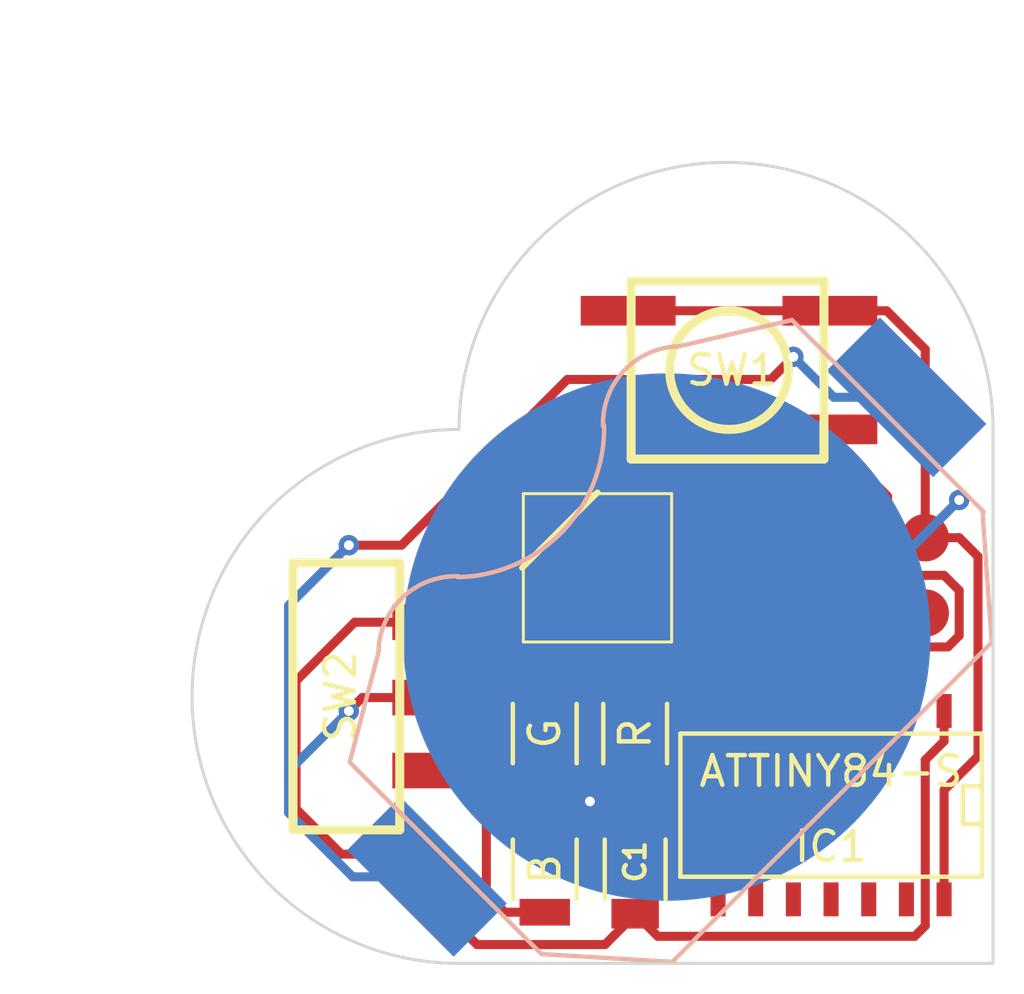
<source format=kicad_pcb>
(kicad_pcb (version 4) (host pcbnew 4.0.4-stable)

  (general
    (links 25)
    (no_connects 0)
    (area 191.769999 76.199999 218.870001 103.300001)
    (thickness 1.6)
    (drawings 16)
    (tracks 129)
    (zones 0)
    (modules 11)
    (nets 13)
  )

  (page USLetter)
  (layers
    (0 F.Cu signal)
    (31 B.Cu signal)
    (34 B.Paste user)
    (35 F.Paste user)
    (36 B.SilkS user)
    (37 F.SilkS user)
    (38 B.Mask user)
    (39 F.Mask user)
    (40 Dwgs.User user)
    (44 Edge.Cuts user)
  )

  (setup
    (last_trace_width 0.1524)
    (user_trace_width 0.254)
    (user_trace_width 0.3048)
    (user_trace_width 0.4064)
    (user_trace_width 0.6096)
    (user_trace_width 2.032)
    (trace_clearance 0.1524)
    (zone_clearance 0.508)
    (zone_45_only no)
    (trace_min 0.1524)
    (segment_width 0.254)
    (edge_width 0.1)
    (via_size 0.6858)
    (via_drill 0.3302)
    (via_min_size 0.6858)
    (via_min_drill 0.3302)
    (user_via 1 0.5)
    (uvia_size 0.762)
    (uvia_drill 0.508)
    (uvias_allowed no)
    (uvia_min_size 0.508)
    (uvia_min_drill 0.127)
    (pcb_text_width 0.3)
    (pcb_text_size 1.5 1.5)
    (mod_edge_width 0.15)
    (mod_text_size 1 1)
    (mod_text_width 0.15)
    (pad_size 2 2)
    (pad_drill 2)
    (pad_to_mask_clearance 0)
    (aux_axis_origin 0 0)
    (grid_origin 210.82 95.25)
    (visible_elements 7FFFFFFF)
    (pcbplotparams
      (layerselection 0x010f0_80000001)
      (usegerberextensions true)
      (excludeedgelayer true)
      (linewidth 0.100000)
      (plotframeref false)
      (viasonmask false)
      (mode 1)
      (useauxorigin false)
      (hpglpennumber 1)
      (hpglpenspeed 20)
      (hpglpendiameter 15)
      (hpglpenoverlay 2)
      (psnegative false)
      (psa4output false)
      (plotreference true)
      (plotvalue true)
      (plotinvisibletext false)
      (padsonsilk false)
      (subtractmaskfromsilk false)
      (outputformat 1)
      (mirror false)
      (drillshape 0)
      (scaleselection 1)
      (outputdirectory gerbers/))
  )

  (net 0 "")
  (net 1 GND)
  (net 2 +BATT)
  (net 3 "Net-(D1-Pad5)")
  (net 4 "Net-(D1-Pad6)")
  (net 5 "Net-(D1-Pad3)")
  (net 6 "Net-(BT1-Pad1)")
  (net 7 "Net-(CON1-Pad1)")
  (net 8 "Net-(CON1-Pad3)")
  (net 9 "Net-(CON1-Pad4)")
  (net 10 "Net-(CON1-Pad5)")
  (net 11 "Net-(D1-Pad1)")
  (net 12 "Net-(D1-Pad2)")

  (net_class Default "This is the default net class."
    (clearance 0.1524)
    (trace_width 0.1524)
    (via_dia 0.6858)
    (via_drill 0.3302)
    (uvia_dia 0.762)
    (uvia_drill 0.508)
    (add_net +BATT)
    (add_net GND)
    (add_net "Net-(BT1-Pad1)")
    (add_net "Net-(CON1-Pad1)")
    (add_net "Net-(CON1-Pad3)")
    (add_net "Net-(CON1-Pad4)")
    (add_net "Net-(CON1-Pad5)")
    (add_net "Net-(D1-Pad1)")
    (add_net "Net-(D1-Pad2)")
    (add_net "Net-(D1-Pad3)")
    (add_net "Net-(D1-Pad5)")
    (add_net "Net-(D1-Pad6)")
  )

  (module LED_RGB_QBLP679E (layer F.Cu) (tedit 588D4580) (tstamp 56ECCC30)
    (at 205.486 89.916 180)
    (descr "RGB LED PLLC-6")
    (tags "RGB LED PLLC-6")
    (path /56ECDC4D)
    (attr smd)
    (fp_text reference D1 (at 0 -1.4 180) (layer F.SilkS) hide
      (effects (font (size 1 1) (thickness 0.15)))
    )
    (fp_text value LED_RGB (at 0 2 180) (layer F.Fab) hide
      (effects (font (size 0.5 0.5) (thickness 0.125)))
    )
    (fp_line (start 2.54 0) (end 0 2.54) (layer F.SilkS) (width 0.2032))
    (fp_text user QBLP679E (at 0 2.7 180) (layer F.Fab) hide
      (effects (font (size 0.2 0.2) (thickness 0.05)))
    )
    (fp_line (start -2.5 -2.5) (end 2.5 -2.5) (layer F.SilkS) (width 0.1))
    (fp_line (start 2.5 -2.5) (end 2.5 2.5) (layer F.SilkS) (width 0.1))
    (fp_line (start 2.5 2.5) (end -2.5 2.5) (layer F.SilkS) (width 0.1))
    (fp_line (start -2.5 2.5) (end -2.5 -2.5) (layer F.SilkS) (width 0.1))
    (pad 4 smd rect (at -2.1 -1.5 270) (size 1 1.5) (layers F.Cu F.Paste F.Mask)
      (net 9 "Net-(CON1-Pad4)"))
    (pad 5 smd rect (at -2.1 0 270) (size 1 1.5) (layers F.Cu F.Paste F.Mask)
      (net 3 "Net-(D1-Pad5)"))
    (pad 6 smd rect (at -2.1 1.5 270) (size 1 1.5) (layers F.Cu F.Paste F.Mask)
      (net 4 "Net-(D1-Pad6)"))
    (pad 1 smd rect (at 2 1.5 270) (size 1 1.5) (layers F.Cu F.Paste F.Mask)
      (net 11 "Net-(D1-Pad1)"))
    (pad 2 smd rect (at 2 0 270) (size 1 1.5) (layers F.Cu F.Paste F.Mask)
      (net 12 "Net-(D1-Pad2)"))
    (pad 3 smd rect (at 2 -1.5 270) (size 1 1.5) (layers F.Cu F.Paste F.Mask)
      (net 5 "Net-(D1-Pad3)"))
  )

  (module SW_SMD_PUSH (layer F.Cu) (tedit 586155F4) (tstamp 586092D3)
    (at 213.32 85.25 180)
    (descr "Through hole pin header")
    (tags "pin header")
    (path /58609F3B)
    (fp_text reference SW1 (at 3.3 2 180) (layer F.SilkS)
      (effects (font (size 1 1) (thickness 0.15)))
    )
    (fp_text value SW_PUSH (at 3 2 180) (layer F.Fab)
      (effects (font (size 1 1) (thickness 0.15)))
    )
    (fp_circle (center 3.4 2) (end 3.4 0) (layer F.SilkS) (width 0.3048))
    (fp_line (start 6.7 5) (end 6.7 -1) (layer F.SilkS) (width 0.3048))
    (fp_line (start 0.2 -1) (end 0.2 5) (layer F.SilkS) (width 0.3048))
    (fp_line (start 0.2 5) (end 6.7 5) (layer F.SilkS) (width 0.3048))
    (fp_line (start 0.2 -1) (end 6.7 -1) (layer F.SilkS) (width 0.3048))
    (fp_line (start -1.75 -1.75) (end -1.75 14.45) (layer F.CrtYd) (width 0.05))
    (fp_line (start 4.3 -1.75) (end 4.3 14.45) (layer F.CrtYd) (width 0.05))
    (fp_line (start -1.75 -1.75) (end 4.3 -1.75) (layer F.CrtYd) (width 0.05))
    (fp_line (start -1.75 14.45) (end 4.3 14.45) (layer F.CrtYd) (width 0.05))
    (pad 2 smd rect (at 6.8 4 180) (size 3.2 1) (layers F.Cu F.Paste F.Mask)
      (net 1 GND))
    (pad 1 smd rect (at 6.8 0 180) (size 3.2 1) (layers F.Cu F.Paste F.Mask)
      (net 8 "Net-(CON1-Pad3)"))
    (pad 1 smd rect (at 0 0 180) (size 3.2 1) (layers F.Cu F.Paste F.Mask)
      (net 8 "Net-(CON1-Pad3)"))
    (pad 2 smd rect (at 0 4 180) (size 3.2 1) (layers F.Cu F.Paste F.Mask)
      (net 1 GND))
  )

  (module myFootPrints:BATT_CR2032_SMD (layer B.Cu) (tedit 56CFB5D2) (tstamp 586093B2)
    (at 207.82 92.25 45)
    (tags battery)
    (path /56CFA61E)
    (fp_text reference BT1 (at 0 -5.08 45) (layer B.SilkS) hide
      (effects (font (size 1.72974 1.08712) (thickness 0.27178)) (justify mirror))
    )
    (fp_text value Battery (at 0 2.54 45) (layer B.SilkS) hide
      (effects (font (size 1.524 1.016) (thickness 0.254)) (justify mirror))
    )
    (fp_line (start -7.1755 -6.5405) (end -10.541 -4.572) (layer B.SilkS) (width 0.15))
    (fp_line (start 7.1755 -6.6675) (end 10.541 -4.572) (layer B.SilkS) (width 0.15))
    (fp_arc (start -5.4229 -4.6355) (end -3.5179 -6.4135) (angle -90) (layer B.SilkS) (width 0.15))
    (fp_arc (start 5.4102 -4.7625) (end 7.1882 -6.6675) (angle -90) (layer B.SilkS) (width 0.15))
    (fp_arc (start -0.0635 -10.033) (end -3.556 -6.4135) (angle -90) (layer B.SilkS) (width 0.15))
    (fp_line (start 7.62 7.874) (end 10.541 4.5085) (layer B.SilkS) (width 0.15))
    (fp_line (start -10.541 4.572) (end -7.5565 7.9375) (layer B.SilkS) (width 0.15))
    (fp_line (start -7.62 7.874) (end 7.62 7.874) (layer B.SilkS) (width 0.15))
    (fp_line (start -10.541 -4.572) (end -10.541 4.572) (layer B.SilkS) (width 0.15))
    (fp_line (start 10.541 -4.572) (end 10.541 4.572) (layer B.SilkS) (width 0.15))
    (fp_circle (center 0 0) (end -10.16 0) (layer Dwgs.User) (width 0.15))
    (pad 2 smd circle (at 0 0 45) (size 17.78 17.78) (layers B.Cu B.Paste B.Mask)
      (net 1 GND))
    (pad 1 smd rect (at -11.43 0 45) (size 2.54 5.08) (layers B.Cu B.Paste B.Mask)
      (net 6 "Net-(BT1-Pad1)"))
    (pad 1 smd rect (at 11.43 0 45) (size 2.54 5.08) (layers B.Cu B.Paste B.Mask)
      (net 6 "Net-(BT1-Pad1)"))
  )

  (module SPST_SMD (layer F.Cu) (tedit 5860A656) (tstamp 586092E3)
    (at 199.82 94.25 270)
    (descr "Through hole pin header")
    (tags "pin header")
    (path /5860A0CD)
    (fp_text reference SW2 (at 0 3 270) (layer F.SilkS)
      (effects (font (size 1 1) (thickness 0.15)))
    )
    (fp_text value SPST (at 0.1 0 270) (layer F.Fab)
      (effects (font (size 1 1) (thickness 0.15)))
    )
    (fp_line (start -4.5 4.6) (end 4.5 4.6) (layer F.SilkS) (width 0.3048))
    (fp_line (start 4.5 1) (end 4.5 4.6) (layer F.SilkS) (width 0.3048))
    (fp_line (start -4.5 1) (end -4.5 4.6) (layer F.SilkS) (width 0.3048))
    (fp_line (start -4.5 1) (end 4.5 1) (layer F.SilkS) (width 0.3048))
    (fp_text user JS102011SAQN (at 0 1.7 270) (layer F.Fab)
      (effects (font (size 0.8 0.8) (thickness 0.1)))
    )
    (fp_line (start -1.75 14.45) (end 4.3 14.45) (layer F.CrtYd) (width 0.05))
    (pad "" np_thru_hole circle (at 3.4 2.75 270) (size 0.9 0.9) (drill 0.9) (layers *.Cu *.Mask))
    (pad 1 smd rect (at -2.5 0 270) (size 1.2 2.5) (layers F.Cu F.Paste F.Mask)
      (net 2 +BATT))
    (pad 2 smd rect (at 0.04 0 270) (size 1.2 2.5) (layers F.Cu F.Paste F.Mask)
      (net 6 "Net-(BT1-Pad1)"))
    (pad 3 smd rect (at 2.5 0 270) (size 1.2 2.5) (layers F.Cu F.Paste F.Mask))
    (pad "" np_thru_hole circle (at -3.4 2.75 270) (size 0.9 0.9) (drill 0.9) (layers *.Cu *.Mask))
  )

  (module Pin_Headers:Pin_Header_Straight_1x01 (layer F.Cu) (tedit 5860ABEB) (tstamp 5860AB5B)
    (at 208.32 78.25)
    (descr "Through hole pin header")
    (tags "pin header")
    (path /5860AE9A)
    (fp_text reference P1 (at -0.6 -0.5) (layer F.SilkS) hide
      (effects (font (size 0.127 0.127) (thickness 0.03175)))
    )
    (fp_text value CONN_01X01 (at 0 0.9) (layer F.Fab)
      (effects (font (size 0.127 0.127) (thickness 0.03175)))
    )
    (pad "" np_thru_hole circle (at 0 0) (size 2 2) (drill 2) (layers *.Cu *.Mask))
  )

  (module myFootPrints:AVR-ISP-6 (layer F.Cu) (tedit 5860A6AE) (tstamp 586092C3)
    (at 211.455 91.44 90)
    (descr "6-lead dip package, row spacing 7.62 mm (300 mils)")
    (tags "dil dip 2.54 300")
    (path /58609061)
    (fp_text reference CON1 (at 0 -2.54 90) (layer F.SilkS) hide
      (effects (font (size 1 1) (thickness 0.15)))
    )
    (fp_text value AVR-ISP-6 (at 0 -3.72 90) (layer F.Fab) hide
      (effects (font (size 1 1) (thickness 0.15)))
    )
    (pad 1 smd oval (at 0 0 90) (size 1.6 1.6) (layers F.Cu F.Paste F.Mask)
      (net 7 "Net-(CON1-Pad1)"))
    (pad 2 smd rect (at 2.54 0 90) (size 1.6 1.6) (layers F.Cu F.Paste F.Mask)
      (net 2 +BATT))
    (pad 3 smd oval (at 0 2.54 90) (size 1.6 1.6) (layers F.Cu F.Paste F.Mask)
      (net 8 "Net-(CON1-Pad3)"))
    (pad 4 smd oval (at 2.54 2.54 90) (size 1.6 1.6) (layers F.Cu F.Paste F.Mask)
      (net 9 "Net-(CON1-Pad4)"))
    (pad 5 smd oval (at 0 5.08 90) (size 1.6 1.6) (layers F.Cu F.Paste F.Mask)
      (net 10 "Net-(CON1-Pad5)"))
    (pad 6 smd oval (at 2.54 5.08 90) (size 1.6 1.6) (layers F.Cu F.Paste F.Mask)
      (net 1 GND))
  )

  (module Capacitors_SMD:C_1206 (layer F.Cu) (tedit 588D4534) (tstamp 588D42D0)
    (at 206.756 100.076 90)
    (descr "Capacitor SMD 1206, reflow soldering, AVX (see smccp.pdf)")
    (tags "capacitor 1206")
    (path /553FDF53)
    (attr smd)
    (fp_text reference C1 (at 0.254 0 90) (layer F.SilkS)
      (effects (font (size 0.7 0.7) (thickness 0.15)))
    )
    (fp_text value "0.1 uF" (at -3.81 0.762 180) (layer F.Fab)
      (effects (font (size 1 1) (thickness 0.15)))
    )
    (fp_line (start -2.3 -1.15) (end 2.3 -1.15) (layer F.CrtYd) (width 0.05))
    (fp_line (start -2.3 1.15) (end 2.3 1.15) (layer F.CrtYd) (width 0.05))
    (fp_line (start -2.3 -1.15) (end -2.3 1.15) (layer F.CrtYd) (width 0.05))
    (fp_line (start 2.3 -1.15) (end 2.3 1.15) (layer F.CrtYd) (width 0.05))
    (fp_line (start 1 -1.025) (end -1 -1.025) (layer F.SilkS) (width 0.15))
    (fp_line (start -1 1.025) (end 1 1.025) (layer F.SilkS) (width 0.15))
    (pad 1 smd rect (at -1.5 0 90) (size 1 1.6) (layers F.Cu F.Paste F.Mask)
      (net 2 +BATT))
    (pad 2 smd rect (at 1.5 0 90) (size 1 1.6) (layers F.Cu F.Paste F.Mask)
      (net 1 GND))
    (model Capacitors_SMD.3dshapes/C_1206.wrl
      (at (xyz 0 0 0))
      (scale (xyz 1 1 1))
      (rotate (xyz 0 0 0))
    )
  )

  (module SMD_Packages:SOIC-14_N (layer F.Cu) (tedit 588D43D8) (tstamp 588D42E2)
    (at 213.36 98.044 180)
    (descr "Module CMS SOJ 14 pins Large")
    (tags "CMS SOJ")
    (path /588D45C8)
    (attr smd)
    (fp_text reference IC1 (at 0 -1.27 180) (layer F.SilkS)
      (effects (font (size 1 1) (thickness 0.15)))
    )
    (fp_text value ATTINY84-S (at 0 1.27 180) (layer F.SilkS)
      (effects (font (size 1 1) (thickness 0.15)))
    )
    (fp_line (start 5.08 -2.286) (end 5.08 2.54) (layer F.SilkS) (width 0.15))
    (fp_line (start 5.08 2.54) (end -5.08 2.54) (layer F.SilkS) (width 0.15))
    (fp_line (start -5.08 2.54) (end -5.08 -2.286) (layer F.SilkS) (width 0.15))
    (fp_line (start -5.08 -2.286) (end 5.08 -2.286) (layer F.SilkS) (width 0.15))
    (fp_line (start -5.08 -0.508) (end -4.445 -0.508) (layer F.SilkS) (width 0.15))
    (fp_line (start -4.445 -0.508) (end -4.445 0.762) (layer F.SilkS) (width 0.15))
    (fp_line (start -4.445 0.762) (end -5.08 0.762) (layer F.SilkS) (width 0.15))
    (pad 1 smd rect (at -3.81 3.302 180) (size 0.508 1.143) (layers F.Cu F.Paste F.Mask)
      (net 2 +BATT))
    (pad 2 smd rect (at -2.54 3.302 180) (size 0.508 1.143) (layers F.Cu F.Paste F.Mask))
    (pad 3 smd rect (at -1.27 3.302 180) (size 0.508 1.143) (layers F.Cu F.Paste F.Mask))
    (pad 4 smd rect (at 0 3.302 180) (size 0.508 1.143) (layers F.Cu F.Paste F.Mask)
      (net 10 "Net-(CON1-Pad5)"))
    (pad 5 smd rect (at 1.27 3.302 180) (size 0.508 1.143) (layers F.Cu F.Paste F.Mask)
      (net 4 "Net-(D1-Pad6)"))
    (pad 6 smd rect (at 2.54 3.302 180) (size 0.508 1.143) (layers F.Cu F.Paste F.Mask)
      (net 3 "Net-(D1-Pad5)"))
    (pad 7 smd rect (at 3.81 3.302 180) (size 0.508 1.143) (layers F.Cu F.Paste F.Mask)
      (net 9 "Net-(CON1-Pad4)"))
    (pad 8 smd rect (at 3.81 -3.048 180) (size 0.508 1.143) (layers F.Cu F.Paste F.Mask)
      (net 7 "Net-(CON1-Pad1)"))
    (pad 9 smd rect (at 2.54 -3.048 180) (size 0.508 1.143) (layers F.Cu F.Paste F.Mask)
      (net 8 "Net-(CON1-Pad3)"))
    (pad 11 smd rect (at 0 -3.048 180) (size 0.508 1.143) (layers F.Cu F.Paste F.Mask))
    (pad 12 smd rect (at -1.27 -3.048 180) (size 0.508 1.143) (layers F.Cu F.Paste F.Mask))
    (pad 13 smd rect (at -2.54 -3.048 180) (size 0.508 1.143) (layers F.Cu F.Paste F.Mask))
    (pad 14 smd rect (at -3.81 -3.048 180) (size 0.508 1.143) (layers F.Cu F.Paste F.Mask)
      (net 1 GND))
    (pad 10 smd rect (at 1.27 -3.048 180) (size 0.508 1.143) (layers F.Cu F.Paste F.Mask))
    (model SMD_Packages.3dshapes/SOIC-14_N.wrl
      (at (xyz 0 0 0))
      (scale (xyz 0.5 0.4 0.5))
      (rotate (xyz 0 0 0))
    )
  )

  (module Resistors_SMD:R_1206 (layer F.Cu) (tedit 588D4530) (tstamp 588D42E8)
    (at 206.756 95.504 270)
    (descr "Resistor SMD 1206, reflow soldering, Vishay (see dcrcw.pdf)")
    (tags "resistor 1206")
    (path /56CEB2B5)
    (attr smd)
    (fp_text reference R1 (at 1.27 0 360) (layer Dwgs.User)
      (effects (font (size 1 1) (thickness 0.15)))
    )
    (fp_text value R (at 0 0 270) (layer F.SilkS)
      (effects (font (size 1 1) (thickness 0.15)))
    )
    (fp_line (start -2.2 -1.2) (end 2.2 -1.2) (layer F.CrtYd) (width 0.05))
    (fp_line (start -2.2 1.2) (end 2.2 1.2) (layer F.CrtYd) (width 0.05))
    (fp_line (start -2.2 -1.2) (end -2.2 1.2) (layer F.CrtYd) (width 0.05))
    (fp_line (start 2.2 -1.2) (end 2.2 1.2) (layer F.CrtYd) (width 0.05))
    (fp_line (start 1 1.075) (end -1 1.075) (layer F.SilkS) (width 0.15))
    (fp_line (start -1 -1.075) (end 1 -1.075) (layer F.SilkS) (width 0.15))
    (pad 1 smd rect (at -1.45 0 270) (size 0.9 1.7) (layers F.Cu F.Paste F.Mask)
      (net 5 "Net-(D1-Pad3)"))
    (pad 2 smd rect (at 1.45 0 270) (size 0.9 1.7) (layers F.Cu F.Paste F.Mask)
      (net 1 GND))
    (model Resistors_SMD.3dshapes/R_1206.wrl
      (at (xyz 0 0 0))
      (scale (xyz 1 1 1))
      (rotate (xyz 0 0 0))
    )
  )

  (module Resistors_SMD:R_1206 (layer F.Cu) (tedit 588D4527) (tstamp 588D42EE)
    (at 203.708 95.504 270)
    (descr "Resistor SMD 1206, reflow soldering, Vishay (see dcrcw.pdf)")
    (tags "resistor 1206")
    (path /56DBEF6A)
    (attr smd)
    (fp_text reference R2 (at 1.27 0 360) (layer Dwgs.User)
      (effects (font (size 1 1) (thickness 0.15)))
    )
    (fp_text value G (at 0 0 270) (layer F.SilkS)
      (effects (font (size 1 1) (thickness 0.15)))
    )
    (fp_line (start -2.2 -1.2) (end 2.2 -1.2) (layer F.CrtYd) (width 0.05))
    (fp_line (start -2.2 1.2) (end 2.2 1.2) (layer F.CrtYd) (width 0.05))
    (fp_line (start -2.2 -1.2) (end -2.2 1.2) (layer F.CrtYd) (width 0.05))
    (fp_line (start 2.2 -1.2) (end 2.2 1.2) (layer F.CrtYd) (width 0.05))
    (fp_line (start 1 1.075) (end -1 1.075) (layer F.SilkS) (width 0.15))
    (fp_line (start -1 -1.075) (end 1 -1.075) (layer F.SilkS) (width 0.15))
    (pad 1 smd rect (at -1.45 0 270) (size 0.9 1.7) (layers F.Cu F.Paste F.Mask)
      (net 12 "Net-(D1-Pad2)"))
    (pad 2 smd rect (at 1.45 0 270) (size 0.9 1.7) (layers F.Cu F.Paste F.Mask)
      (net 1 GND))
    (model Resistors_SMD.3dshapes/R_1206.wrl
      (at (xyz 0 0 0))
      (scale (xyz 1 1 1))
      (rotate (xyz 0 0 0))
    )
  )

  (module Resistors_SMD:R_1206 (layer F.Cu) (tedit 588D451E) (tstamp 588D42F4)
    (at 203.708 100.076 90)
    (descr "Resistor SMD 1206, reflow soldering, Vishay (see dcrcw.pdf)")
    (tags "resistor 1206")
    (path /56DBEFE7)
    (attr smd)
    (fp_text reference R3 (at -1.524 0 180) (layer Dwgs.User)
      (effects (font (size 1 1) (thickness 0.15)))
    )
    (fp_text value B (at 0 0 90) (layer F.SilkS)
      (effects (font (size 1 1) (thickness 0.15)))
    )
    (fp_line (start -2.2 -1.2) (end 2.2 -1.2) (layer F.CrtYd) (width 0.05))
    (fp_line (start -2.2 1.2) (end 2.2 1.2) (layer F.CrtYd) (width 0.05))
    (fp_line (start -2.2 -1.2) (end -2.2 1.2) (layer F.CrtYd) (width 0.05))
    (fp_line (start 2.2 -1.2) (end 2.2 1.2) (layer F.CrtYd) (width 0.05))
    (fp_line (start 1 1.075) (end -1 1.075) (layer F.SilkS) (width 0.15))
    (fp_line (start -1 -1.075) (end 1 -1.075) (layer F.SilkS) (width 0.15))
    (pad 1 smd rect (at -1.45 0 90) (size 0.9 1.7) (layers F.Cu F.Paste F.Mask)
      (net 11 "Net-(D1-Pad1)"))
    (pad 2 smd rect (at 1.45 0 90) (size 0.9 1.7) (layers F.Cu F.Paste F.Mask)
      (net 1 GND))
    (model Resistors_SMD.3dshapes/R_1206.wrl
      (at (xyz 0 0 0))
      (scale (xyz 1 1 1))
      (rotate (xyz 0 0 0))
    )
  )

  (gr_line (start 200.82 103.25) (end 196.82 99.25) (angle 90) (layer Dwgs.User) (width 0.254))
  (gr_line (start 202.82 101.25) (end 200.82 103.25) (angle 90) (layer Dwgs.User) (width 0.254))
  (gr_line (start 198.82 97.25) (end 202.82 101.25) (angle 90) (layer Dwgs.User) (width 0.254))
  (gr_line (start 196.82 99.25) (end 198.82 97.25) (angle 90) (layer Dwgs.User) (width 0.254))
  (gr_line (start 216.82 87.25) (end 218.82 85.25) (angle 90) (layer Dwgs.User) (width 0.254))
  (gr_line (start 216.82 87.25) (end 212.82 83.25) (angle 90) (layer Dwgs.User) (width 0.254))
  (gr_line (start 214.82 81.25) (end 218.82 85.25) (angle 90) (layer Dwgs.User) (width 0.254))
  (gr_line (start 212.82 83.25) (end 214.82 81.25) (angle 90) (layer Dwgs.User) (width 0.254))
  (gr_circle (center 207.82 92.25) (end 197.82 90.25) (layer Dwgs.User) (width 0.254))
  (gr_line (start 200.82 103.25) (end 218.82 103.25) (angle 90) (layer Edge.Cuts) (width 0.1))
  (gr_arc (start 200.82 94.25) (end 200.82 103.25) (angle 90) (layer Edge.Cuts) (width 0.1))
  (gr_arc (start 200.82 94.25) (end 191.82 94.25) (angle 90) (layer Edge.Cuts) (width 0.1))
  (gr_arc (start 209.82 85.25) (end 200.82 85.25) (angle 90) (layer Edge.Cuts) (width 0.1))
  (gr_arc (start 209.82 85.25) (end 209.82 76.25) (angle 90) (layer Edge.Cuts) (width 0.1))
  (gr_line (start 218.82 103.25) (end 218.82 85.25) (angle 90) (layer Edge.Cuts) (width 0.1))
  (gr_line (start 202.32 86.75) (end 219.82 104.25) (angle 90) (layer Dwgs.User) (width 0.1))

  (segment (start 216.535 88.9) (end 216.535 88.773) (width 0.3048) (layer F.Cu) (net 1))
  (segment (start 216.535 88.773) (end 217.678 87.63) (width 0.3048) (layer F.Cu) (net 1) (tstamp 588D70B6))
  (segment (start 217.678 87.63) (end 213.058 92.25) (width 0.3048) (layer B.Cu) (net 1) (tstamp 588D70BF))
  (via (at 217.678 87.63) (size 0.6858) (drill 0.3302) (layers F.Cu B.Cu) (net 1))
  (segment (start 213.058 92.25) (end 207.82 92.25) (width 0.3048) (layer B.Cu) (net 1) (tstamp 588D70C0))
  (segment (start 216.535 88.9) (end 216.535 82.55) (width 0.3048) (layer F.Cu) (net 1))
  (segment (start 215.235 81.25) (end 213.32 81.25) (width 0.3048) (layer F.Cu) (net 1) (tstamp 588D7077))
  (segment (start 216.535 82.55) (end 215.235 81.25) (width 0.3048) (layer F.Cu) (net 1) (tstamp 588D7076))
  (segment (start 218.313 96.266) (end 218.313 89.535) (width 0.3048) (layer F.Cu) (net 1))
  (segment (start 218.313 96.266) (end 217.17 97.409) (width 0.3048) (layer F.Cu) (net 1) (tstamp 588D6704))
  (segment (start 217.17 101.092) (end 217.17 97.409) (width 0.3048) (layer F.Cu) (net 1) (tstamp 588D6707))
  (segment (start 217.678 88.9) (end 216.535 88.9) (width 0.3048) (layer F.Cu) (net 1) (tstamp 588D7073))
  (segment (start 218.313 89.535) (end 217.678 88.9) (width 0.3048) (layer F.Cu) (net 1) (tstamp 588D7070))
  (segment (start 216.662 88.773) (end 216.535 88.9) (width 0.3048) (layer F.Cu) (net 1) (tstamp 588D6F89))
  (segment (start 205.232 97.79) (end 204.544 97.79) (width 0.3048) (layer F.Cu) (net 1))
  (segment (start 205.994 98.552) (end 205.232 97.79) (width 0.3048) (layer B.Cu) (net 1) (tstamp 588D6A33))
  (via (at 205.232 97.79) (size 0.6858) (drill 0.3302) (layers F.Cu B.Cu) (net 1))
  (segment (start 204.544 97.79) (end 203.708 96.954) (width 0.3048) (layer F.Cu) (net 1) (tstamp 588D6DB7))
  (segment (start 206.756 98.552) (end 205.994 98.552) (width 0.3048) (layer B.Cu) (net 1))
  (segment (start 203.708 98.626) (end 203.708 96.954) (width 0.3048) (layer F.Cu) (net 1))
  (segment (start 203.708 96.954) (end 206.756 96.954) (width 0.3048) (layer F.Cu) (net 1) (tstamp 588D6A19))
  (segment (start 206.756 96.954) (end 206.756 98.576) (width 0.3048) (layer F.Cu) (net 1) (tstamp 588D6A1A))
  (segment (start 213.32 81.25) (end 213.32 81.567) (width 0.3048) (layer F.Cu) (net 1) (status 30))
  (segment (start 206.52 81.25) (end 213.32 81.25) (width 0.3048) (layer F.Cu) (net 1) (status 30))
  (segment (start 198.374 99.568) (end 196.85 99.568) (width 0.3048) (layer F.Cu) (net 2))
  (segment (start 205.74 102.616) (end 201.422 102.616) (width 0.3048) (layer F.Cu) (net 2) (tstamp 588D67D3))
  (segment (start 201.422 102.616) (end 198.374 99.568) (width 0.3048) (layer F.Cu) (net 2) (tstamp 588D67D4))
  (segment (start 206.756 101.6) (end 205.74 102.616) (width 0.3048) (layer F.Cu) (net 2) (tstamp 588D67D1))
  (segment (start 197.302 91.75) (end 199.82 91.75) (width 0.3048) (layer F.Cu) (net 2) (tstamp 588D6ED3))
  (segment (start 195.326 93.726) (end 197.302 91.75) (width 0.3048) (layer F.Cu) (net 2) (tstamp 588D6ED1))
  (segment (start 195.326 98.044) (end 195.326 93.726) (width 0.3048) (layer F.Cu) (net 2) (tstamp 588D6ECF))
  (segment (start 196.85 99.568) (end 195.326 98.044) (width 0.3048) (layer F.Cu) (net 2) (tstamp 588D6EC1))
  (segment (start 199.82 91.75) (end 199.82 89.867) (width 0.3048) (layer F.Cu) (net 2))
  (segment (start 199.82 89.867) (end 203.022202 86.664798) (width 0.3048) (layer F.Cu) (net 2) (tstamp 588D694E))
  (segment (start 203.022202 86.664798) (end 210.489798 86.664798) (width 0.3048) (layer F.Cu) (net 2) (tstamp 588D6952))
  (segment (start 210.489798 86.664798) (end 211.455 87.63) (width 0.3048) (layer F.Cu) (net 2) (tstamp 588D6954))
  (segment (start 211.455 87.63) (end 211.455 88.9) (width 0.3048) (layer F.Cu) (net 2) (tstamp 588D6956))
  (segment (start 206.756 101.576) (end 206.756 101.6) (width 0.3048) (layer F.Cu) (net 2))
  (segment (start 216.178 102.338) (end 207.518 102.338) (width 0.3048) (layer F.Cu) (net 2))
  (segment (start 217.17 95.758) (end 216.535 96.393) (width 0.3048) (layer F.Cu) (net 2) (tstamp 588D6718))
  (segment (start 216.535 96.393) (end 216.535 101.981) (width 0.3048) (layer F.Cu) (net 2) (tstamp 588D671A))
  (segment (start 216.535 101.981) (end 216.178 102.338) (width 0.3048) (layer F.Cu) (net 2) (tstamp 588D671E))
  (segment (start 217.17 94.742) (end 217.17 95.758) (width 0.3048) (layer F.Cu) (net 2))
  (segment (start 207.518 102.338) (end 206.756 101.576) (width 0.3048) (layer F.Cu) (net 2) (tstamp 588D67AC))
  (segment (start 210.82 94.742) (end 210.82 93.726) (width 0.3048) (layer F.Cu) (net 3))
  (segment (start 208.788 89.916) (end 207.586 89.916) (width 0.3048) (layer F.Cu) (net 3) (tstamp 588D6539))
  (segment (start 209.296 90.424) (end 208.788 89.916) (width 0.3048) (layer F.Cu) (net 3) (tstamp 588D6537))
  (segment (start 209.296 92.202) (end 209.296 90.424) (width 0.3048) (layer F.Cu) (net 3) (tstamp 588D6535))
  (segment (start 210.82 93.726) (end 209.296 92.202) (width 0.3048) (layer F.Cu) (net 3) (tstamp 588D652F))
  (segment (start 212.09 94.742) (end 212.09 94.234) (width 0.3048) (layer F.Cu) (net 4))
  (segment (start 212.09 94.234) (end 209.804 91.948) (width 0.3048) (layer F.Cu) (net 4) (tstamp 588D6561))
  (segment (start 209.804 91.948) (end 209.804 89.408) (width 0.3048) (layer F.Cu) (net 4) (tstamp 588D6565))
  (segment (start 209.804 89.408) (end 208.812 88.416) (width 0.3048) (layer F.Cu) (net 4) (tstamp 588D6568))
  (segment (start 208.812 88.416) (end 207.586 88.416) (width 0.3048) (layer F.Cu) (net 4) (tstamp 588D656A))
  (segment (start 203.486 91.416) (end 203.486 92.488) (width 0.3048) (layer F.Cu) (net 5))
  (segment (start 206.756 93.091) (end 206.756 94.054) (width 0.3048) (layer F.Cu) (net 5) (tstamp 588D680B))
  (segment (start 206.375 92.71) (end 206.756 93.091) (width 0.3048) (layer F.Cu) (net 5) (tstamp 588D6809))
  (segment (start 203.708 92.71) (end 206.375 92.71) (width 0.3048) (layer F.Cu) (net 5) (tstamp 588D6808))
  (segment (start 203.486 92.488) (end 203.708 92.71) (width 0.3048) (layer F.Cu) (net 5) (tstamp 588D6804))
  (segment (start 215.902231 84.167769) (end 213.453769 84.167769) (width 0.3048) (layer B.Cu) (net 6))
  (segment (start 195.072 91.186) (end 195.072 97.028) (width 0.3048) (layer B.Cu) (net 6) (tstamp 588D70F8))
  (segment (start 197.104 89.154) (end 195.072 91.186) (width 0.3048) (layer B.Cu) (net 6) (tstamp 588D70F7))
  (via (at 197.104 89.154) (size 0.6858) (drill 0.3302) (layers F.Cu B.Cu) (net 6))
  (segment (start 198.882 89.154) (end 197.104 89.154) (width 0.3048) (layer F.Cu) (net 6) (tstamp 588D70E8))
  (segment (start 204.47 83.566) (end 198.882 89.154) (width 0.3048) (layer F.Cu) (net 6) (tstamp 588D70E2))
  (segment (start 211.328 83.566) (end 204.47 83.566) (width 0.3048) (layer F.Cu) (net 6) (tstamp 588D70E0))
  (segment (start 212.09 82.804) (end 211.328 83.566) (width 0.3048) (layer F.Cu) (net 6) (tstamp 588D70DF))
  (via (at 212.09 82.804) (size 0.6858) (drill 0.3302) (layers F.Cu B.Cu) (net 6))
  (segment (start 213.453769 84.167769) (end 212.09 82.804) (width 0.3048) (layer B.Cu) (net 6) (tstamp 588D70D1))
  (segment (start 199.737769 100.332231) (end 197.233231 100.332231) (width 0.3048) (layer B.Cu) (net 6))
  (segment (start 197.556 94.29) (end 199.82 94.29) (width 0.3048) (layer F.Cu) (net 6) (tstamp 588D6E67))
  (segment (start 197.104 94.742) (end 197.556 94.29) (width 0.3048) (layer F.Cu) (net 6) (tstamp 588D6E66))
  (via (at 197.104 94.742) (size 0.6858) (drill 0.3302) (layers F.Cu B.Cu) (net 6))
  (segment (start 195.072 96.774) (end 195.199 96.647) (width 0.3048) (layer B.Cu) (net 6) (tstamp 588D6E61))
  (segment (start 195.199 96.647) (end 197.104 94.742) (width 0.3048) (layer B.Cu) (net 6) (tstamp 588D6F22))
  (segment (start 195.072 98.171) (end 195.072 97.028) (width 0.3048) (layer B.Cu) (net 6) (tstamp 588D6E5F))
  (segment (start 195.072 97.028) (end 195.072 96.774) (width 0.3048) (layer B.Cu) (net 6) (tstamp 588D70FD))
  (segment (start 197.233231 100.332231) (end 195.072 98.171) (width 0.3048) (layer B.Cu) (net 6) (tstamp 588D6E4E))
  (segment (start 209.55 101.092) (end 209.55 99.695) (width 0.3048) (layer F.Cu) (net 7))
  (segment (start 212.725 92.71) (end 211.455 91.44) (width 0.3048) (layer F.Cu) (net 7) (tstamp 588D6631))
  (segment (start 212.725 96.52) (end 212.725 92.71) (width 0.3048) (layer F.Cu) (net 7) (tstamp 588D662D))
  (segment (start 209.55 99.695) (end 212.725 96.52) (width 0.3048) (layer F.Cu) (net 7) (tstamp 588D6628))
  (segment (start 217.678 92.202) (end 217.678 90.678) (width 0.3048) (layer F.Cu) (net 8))
  (segment (start 215.265 92.583) (end 217.297 92.583) (width 0.3048) (layer F.Cu) (net 8) (tstamp 588D66CA))
  (segment (start 217.297 92.583) (end 217.678 92.202) (width 0.3048) (layer F.Cu) (net 8) (tstamp 588D66CD))
  (segment (start 214.122 91.44) (end 215.265 92.583) (width 0.3048) (layer F.Cu) (net 8) (tstamp 588D66C8))
  (segment (start 215.265 87.503) (end 213.32 85.558) (width 0.3048) (layer F.Cu) (net 8) (tstamp 588D7061))
  (segment (start 215.265 89.408) (end 215.265 87.503) (width 0.3048) (layer F.Cu) (net 8) (tstamp 588D7060))
  (segment (start 216.027 90.17) (end 215.265 89.408) (width 0.3048) (layer F.Cu) (net 8) (tstamp 588D705E))
  (segment (start 217.17 90.17) (end 216.027 90.17) (width 0.3048) (layer F.Cu) (net 8) (tstamp 588D705C))
  (segment (start 217.678 90.678) (end 217.17 90.17) (width 0.3048) (layer F.Cu) (net 8) (tstamp 588D705A))
  (segment (start 213.32 85.558) (end 213.32 85.25) (width 0.3048) (layer F.Cu) (net 8) (tstamp 588D7062))
  (segment (start 213.32 85.25) (end 206.52 85.25) (width 0.3048) (layer F.Cu) (net 8) (status 30))
  (segment (start 213.995 91.44) (end 214.122 91.44) (width 0.3048) (layer F.Cu) (net 8))
  (segment (start 210.82 101.092) (end 210.82 99.949) (width 0.3048) (layer F.Cu) (net 8))
  (segment (start 213.995 96.774) (end 213.995 91.44) (width 0.3048) (layer F.Cu) (net 8) (tstamp 588D6644))
  (segment (start 210.82 99.949) (end 213.995 96.774) (width 0.3048) (layer F.Cu) (net 8) (tstamp 588D6641))
  (segment (start 213.995 88.9) (end 213.741 88.9) (width 0.3048) (layer F.Cu) (net 9))
  (segment (start 213.741 88.9) (end 212.471 90.17) (width 0.3048) (layer F.Cu) (net 9) (tstamp 588D6936))
  (segment (start 212.471 90.17) (end 210.388202 90.17) (width 0.3048) (layer F.Cu) (net 9) (tstamp 588D693B))
  (segment (start 210.388202 90.17) (end 210.312 90.093798) (width 0.3048) (layer F.Cu) (net 9) (tstamp 588D6940))
  (segment (start 210.312 90.093798) (end 210.312 88.646) (width 0.3048) (layer F.Cu) (net 9) (tstamp 588D6941))
  (segment (start 210.312 88.646) (end 208.788 87.122) (width 0.3048) (layer F.Cu) (net 9) (tstamp 588D6944))
  (segment (start 208.788 87.122) (end 206.629 87.122) (width 0.3048) (layer F.Cu) (net 9) (tstamp 588D6949))
  (segment (start 207.586 91.416) (end 206.351 91.416) (width 0.3048) (layer F.Cu) (net 9))
  (segment (start 205.994 87.757) (end 206.629 87.122) (width 0.3048) (layer F.Cu) (net 9) (tstamp 588D673F))
  (segment (start 205.994 91.059) (end 205.994 87.757) (width 0.3048) (layer F.Cu) (net 9) (tstamp 588D673C))
  (segment (start 206.351 91.416) (end 205.994 91.059) (width 0.3048) (layer F.Cu) (net 9) (tstamp 588D673A))
  (segment (start 209.55 94.742) (end 209.55 93.38) (width 0.3048) (layer F.Cu) (net 9))
  (segment (start 209.55 93.38) (end 207.586 91.416) (width 0.3048) (layer F.Cu) (net 9) (tstamp 588D653C))
  (segment (start 213.36 94.742) (end 213.36 92.583) (width 0.3048) (layer F.Cu) (net 10))
  (segment (start 215.265 90.17) (end 216.535 91.44) (width 0.3048) (layer F.Cu) (net 10) (tstamp 588D6658))
  (segment (start 213.233 90.17) (end 215.265 90.17) (width 0.3048) (layer F.Cu) (net 10) (tstamp 588D6656))
  (segment (start 212.725 90.678) (end 213.233 90.17) (width 0.3048) (layer F.Cu) (net 10) (tstamp 588D6654))
  (segment (start 212.725 91.948) (end 212.725 90.678) (width 0.3048) (layer F.Cu) (net 10) (tstamp 588D6652))
  (segment (start 213.36 92.583) (end 212.725 91.948) (width 0.3048) (layer F.Cu) (net 10) (tstamp 588D664C))
  (segment (start 215.9 91.44) (end 216.408 91.44) (width 0.3048) (layer F.Cu) (net 10) (tstamp 588D6595))
  (segment (start 201.7395 89.4715) (end 201.7395 100.9015) (width 0.3048) (layer F.Cu) (net 11))
  (segment (start 202.364 101.526) (end 203.708 101.526) (width 0.3048) (layer F.Cu) (net 11) (tstamp 588D67C6))
  (segment (start 201.7395 100.9015) (end 202.364 101.526) (width 0.3048) (layer F.Cu) (net 11) (tstamp 588D67C5))
  (segment (start 203.486 88.416) (end 202.795 88.416) (width 0.3048) (layer F.Cu) (net 11))
  (segment (start 202.795 88.416) (end 201.7395 89.4715) (width 0.3048) (layer F.Cu) (net 11) (tstamp 588D669D))
  (segment (start 201.7395 89.4715) (end 201.676 89.535) (width 0.3048) (layer F.Cu) (net 11) (tstamp 588D67C3))
  (segment (start 203.486 89.916) (end 202.704702 89.916) (width 0.3048) (layer F.Cu) (net 12))
  (segment (start 202.311 93.472) (end 202.893 94.054) (width 0.3048) (layer F.Cu) (net 12) (tstamp 588D67FE))
  (segment (start 202.311 90.309702) (end 202.311 93.472) (width 0.3048) (layer F.Cu) (net 12) (tstamp 588D67FD))
  (segment (start 202.704702 89.916) (end 202.311 90.309702) (width 0.3048) (layer F.Cu) (net 12) (tstamp 588D67FA))
  (segment (start 202.893 94.054) (end 203.708 94.054) (width 0.3048) (layer F.Cu) (net 12) (tstamp 588D6801))
  (segment (start 203.486 89.916) (end 202.819 89.916) (width 0.3048) (layer F.Cu) (net 12))

)

</source>
